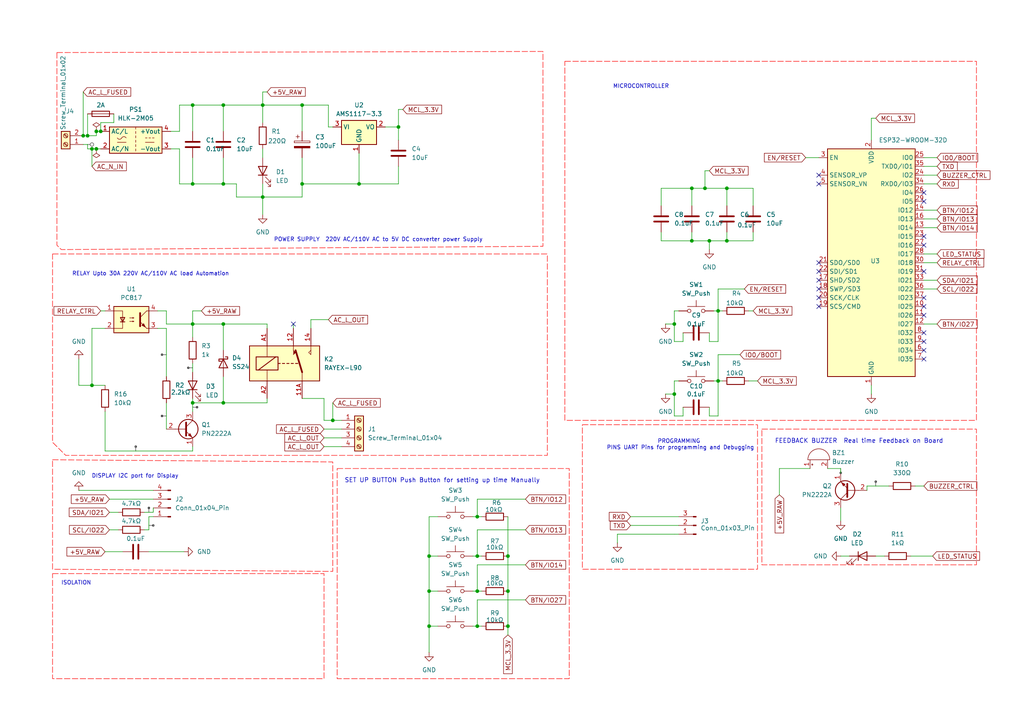
<source format=kicad_sch>
(kicad_sch (version 20250114) (generator "eeschema") (generator_version "9.0")
  (paper "A4")
  (lib_symbols
    (symbol "Connector:Conn_01x03_Pin" (pin_names (offset 1.016) (hide yes))
      (property "Reference" "J" (at 0 5.08 0))
      (property "Value" "Conn_01x03_Pin" (at 0 -5.08 0))
      (symbol "Conn_01x03_Pin_1_1"
        (pin passive line (at 5.08 2.54 180) (length 3.81) (name "Pin_1") (number "1"))
        (pin passive line (at 5.08 0 180) (length 3.81) (name "Pin_2") (number "2"))
        (pin passive line (at 5.08 -2.54 180) (length 3.81) (name "Pin_3") (number "3"))
      )
    )
    (symbol "Connector:Conn_01x04_Pin" (pin_names (offset 1.016) (hide yes))
      (property "Reference" "J" (at 0 5.08 0))
      (property "Value" "Conn_01x04_Pin" (at 0 -7.62 0))
      (symbol "Conn_01x04_Pin_1_1"
        (pin passive line (at 5.08 2.54 180) (length 3.81) (name "Pin_1") (number "1"))
        (pin passive line (at 5.08 0 180) (length 3.81) (name "Pin_2") (number "2"))
        (pin passive line (at 5.08 -2.54 180) (length 3.81) (name "Pin_3") (number "3"))
        (pin passive line (at 5.08 -5.08 180) (length 3.81) (name "Pin_4") (number "4"))
      )
    )
    (symbol "Connector:Screw_Terminal_01x02" (pin_names (offset 1.016) (hide yes))
      (property "Reference" "J" (at 0 2.54 0))
      (property "Value" "Screw_Terminal_01x02" (at 0 -5.08 0))
      (symbol "Screw_Terminal_01x02_1_1"
        (pin passive line (at -5.08 0 0) (length 3.81) (name "Pin_1") (number "1"))
        (pin passive line (at -5.08 -2.54 0) (length 3.81) (name "Pin_2") (number "2"))
      )
    )
    (symbol "Connector:Screw_Terminal_01x04" (pin_names (offset 1.016) (hide yes))
      (property "Reference" "J" (at 0 5.08 0))
      (property "Value" "Screw_Terminal_01x04" (at 0 -7.62 0))
      (symbol "Screw_Terminal_01x04_1_1"
        (pin passive line (at -5.08 2.54 0) (length 3.81) (name "Pin_1") (number "1"))
        (pin passive line (at -5.08 0 0) (length 3.81) (name "Pin_2") (number "2"))
        (pin passive line (at -5.08 -2.54 0) (length 3.81) (name "Pin_3") (number "3"))
        (pin passive line (at -5.08 -5.08 0) (length 3.81) (name "Pin_4") (number "4"))
      )
    )
    (symbol "Converter_ACDC:HLK-2M05"
      (property "Reference" "PS" (at 0 5.08 0))
      (property "Value" "HLK-2M05" (at 0 -5.08 0))
      (symbol "HLK-2M05_1_1"
        (pin power_in line (at -10.16 2.54 0) (length 2.54) (name "AC/L") (number "1"))
        (pin power_in line (at -10.16 -2.54 0) (length 2.54) (name "AC/N") (number "2"))
        (pin power_out line (at 10.16 2.54 180) (length 2.54) (name "+Vout") (number "4"))
        (pin power_out line (at 10.16 -2.54 180) (length 2.54) (name "-Vout") (number "3"))
      )
    )
    (symbol "Device:Buzzer" (pin_names (offset 0.0254) (hide yes))
      (property "Reference" "BZ" (at 3.81 1.27 0))
      (property "Value" "Buzzer" (at 3.81 -1.27 0))
      (symbol "Buzzer_1_1"
        (pin passive line (at -2.54 2.54 0) (length 2.54) (name "+") (number "1"))
        (pin passive line (at -2.54 -2.54 0) (length 2.54) (name "-") (number "2"))
      )
    )
    (symbol "Device:C" (pin_numbers (hide yes)) (pin_names (offset 0.254))
      (property "Reference" "C" (at 0.635 2.54 0))
      (property "Value" "C" (at 0.635 -2.54 0))
      (symbol "C_1_1"
        (pin passive line (at 0 3.81 270) (length 2.794) (name "~") (number "1"))
        (pin passive line (at 0 -3.81 90) (length 2.794) (name "~") (number "2"))
      )
    )
    (symbol "Device:C_Polarized" (pin_numbers (hide yes)) (pin_names (offset 0.254))
      (property "Reference" "C" (at 0.635 2.54 0))
      (property "Value" "C_Polarized" (at 0.635 -2.54 0))
      (symbol "C_Polarized_1_1"
        (pin passive line (at 0 3.81 270) (length 2.794) (name "~") (number "1"))
        (pin passive line (at 0 -3.81 90) (length 2.794) (name "~") (number "2"))
      )
    )
    (symbol "Device:Fuse" (pin_numbers (hide yes)) (pin_names (offset 0))
      (property "Reference" "F" (at 2.032 0 90))
      (property "Value" "Fuse" (at -1.905 0 90))
      (symbol "Fuse_1_1"
        (pin passive line (at 0 3.81 270) (length 1.27) (name "~") (number "1"))
        (pin passive line (at 0 -3.81 90) (length 1.27) (name "~") (number "2"))
      )
    )
    (symbol "Device:LED" (pin_numbers (hide yes)) (pin_names (offset 1.016) (hide yes))
      (property "Reference" "D" (at 0 2.54 0))
      (property "Value" "LED" (at 0 -2.54 0))
      (symbol "LED_1_1"
        (pin passive line (at -3.81 0 0) (length 2.54) (name "K") (number "1"))
        (pin passive line (at 3.81 0 180) (length 2.54) (name "A") (number "2"))
      )
    )
    (symbol "Device:R" (pin_numbers (hide yes)) (pin_names (offset 0))
      (property "Reference" "R" (at 2.032 0 90))
      (property "Value" "R" (at 0 0 90))
      (symbol "R_1_1"
        (pin passive line (at 0 3.81 270) (length 1.27) (name "~") (number "1"))
        (pin passive line (at 0 -3.81 90) (length 1.27) (name "~") (number "2"))
      )
    )
    (symbol "Diode:SS24" (pin_numbers (hide yes)) (pin_names (offset 1.016) (hide yes))
      (property "Reference" "D" (at 0 2.54 0))
      (property "Value" "SS24" (at 0 -2.54 0))
      (symbol "SS24_1_1"
        (pin passive line (at -3.81 0 0) (length 2.54) (name "K") (number "1"))
        (pin passive line (at 3.81 0 180) (length 2.54) (name "A") (number "2"))
      )
    )
    (symbol "Isolator:PC817" (pin_names (offset 1.016))
      (property "Reference" "U" (at -5.08 5.08 0))
      (property "Value" "PC817" (at 0 5.08 0))
      (symbol "PC817_1_1"
        (pin passive line (at -7.62 2.54 0) (length 2.54) (name "~") (number "1"))
        (pin passive line (at -7.62 -2.54 0) (length 2.54) (name "~") (number "2"))
        (pin passive line (at 7.62 2.54 180) (length 2.54) (name "~") (number "4"))
        (pin passive line (at 7.62 -2.54 180) (length 2.54) (name "~") (number "3"))
      )
    )
    (symbol "RF_Module:ESP32-WROOM-32D"
      (property "Reference" "U" (at -12.7 34.29 0))
      (property "Value" "ESP32-WROOM-32D" (at 1.27 34.29 0))
      (symbol "ESP32-WROOM-32D_1_1"
        (pin input line (at -15.24 30.48 0) (length 2.54) (name "EN") (number "3"))
        (pin input line (at -15.24 25.4 0) (length 2.54) (name "SENSOR_VP") (number "4"))
        (pin input line (at -15.24 22.86 0) (length 2.54) (name "SENSOR_VN") (number "5"))
        (pin bidirectional line (at -15.24 0 0) (length 2.54) (name "SDO/SD0") (number "21"))
        (pin bidirectional line (at -15.24 -2.54 0) (length 2.54) (name "SDI/SD1") (number "22"))
        (pin bidirectional line (at -15.24 -5.08 0) (length 2.54) (name "SHD/SD2") (number "17"))
        (pin bidirectional line (at -15.24 -7.62 0) (length 2.54) (name "SWP/SD3") (number "18"))
        (pin bidirectional line (at -15.24 -10.16 0) (length 2.54) (name "SCK/CLK") (number "20"))
        (pin bidirectional line (at -15.24 -12.7 0) (length 2.54) (name "SCS/CMD") (number "19"))
        (pin no_connect line (at -12.7 -27.94 0) (length 2.54) (hide yes) (name "NC") (number "32"))
        (pin power_in line (at 0 35.56 270) (length 2.54) (name "VDD") (number "2"))
        (pin power_in line (at 0 -35.56 90) (length 2.54) (name "GND") (number "1"))
        (pin passive line (at 0 -35.56 90) (length 2.54) (hide yes) (name "GND") (number "15"))
        (pin passive line (at 0 -35.56 90) (length 2.54) (hide yes) (name "GND") (number "38"))
        (pin passive line (at 0 -35.56 90) (length 2.54) (hide yes) (name "GND") (number "39"))
        (pin bidirectional line (at 15.24 30.48 180) (length 2.54) (name "IO0") (number "25"))
        (pin bidirectional line (at 15.24 27.94 180) (length 2.54) (name "TXD0/IO1") (number "35"))
        (pin bidirectional line (at 15.24 25.4 180) (length 2.54) (name "IO2") (number "24"))
        (pin bidirectional line (at 15.24 22.86 180) (length 2.54) (name "RXD0/IO3") (number "34"))
        (pin bidirectional line (at 15.24 20.32 180) (length 2.54) (name "IO4") (number "26"))
        (pin bidirectional line (at 15.24 17.78 180) (length 2.54) (name "IO5") (number "29"))
        (pin bidirectional line (at 15.24 15.24 180) (length 2.54) (name "IO12") (number "14"))
        (pin bidirectional line (at 15.24 12.7 180) (length 2.54) (name "IO13") (number "16"))
        (pin bidirectional line (at 15.24 10.16 180) (length 2.54) (name "IO14") (number "13"))
        (pin bidirectional line (at 15.24 7.62 180) (length 2.54) (name "IO15") (number "23"))
        (pin bidirectional line (at 15.24 5.08 180) (length 2.54) (name "IO16") (number "27"))
        (pin bidirectional line (at 15.24 2.54 180) (length 2.54) (name "IO17") (number "28"))
        (pin bidirectional line (at 15.24 0 180) (length 2.54) (name "IO18") (number "30"))
        (pin bidirectional line (at 15.24 -2.54 180) (length 2.54) (name "IO19") (number "31"))
        (pin bidirectional line (at 15.24 -5.08 180) (length 2.54) (name "IO21") (number "33"))
        (pin bidirectional line (at 15.24 -7.62 180) (length 2.54) (name "IO22") (number "36"))
        (pin bidirectional line (at 15.24 -10.16 180) (length 2.54) (name "IO23") (number "37"))
        (pin bidirectional line (at 15.24 -12.7 180) (length 2.54) (name "IO25") (number "10"))
        (pin bidirectional line (at 15.24 -15.24 180) (length 2.54) (name "IO26") (number "11"))
        (pin bidirectional line (at 15.24 -17.78 180) (length 2.54) (name "IO27") (number "12"))
        (pin bidirectional line (at 15.24 -20.32 180) (length 2.54) (name "IO32") (number "8"))
        (pin bidirectional line (at 15.24 -22.86 180) (length 2.54) (name "IO33") (number "9"))
        (pin input line (at 15.24 -25.4 180) (length 2.54) (name "IO34") (number "6"))
        (pin input line (at 15.24 -27.94 180) (length 2.54) (name "IO35") (number "7"))
      )
    )
    (symbol "Regulator_Linear:AMS1117-3.3"
      (property "Reference" "U" (at -3.81 3.175 0))
      (property "Value" "AMS1117-3.3" (at 0 3.175 0))
      (symbol "AMS1117-3.3_1_1"
        (pin power_in line (at -7.62 0 0) (length 2.54) (name "VI") (number "3"))
        (pin power_in line (at 0 -7.62 90) (length 2.54) (name "GND") (number "1"))
        (pin power_out line (at 7.62 0 180) (length 2.54) (name "VO") (number "2"))
      )
    )
    (symbol "Relay:RAYEX-L90"
      (property "Reference" "K" (at 11.43 3.81 0))
      (property "Value" "RAYEX-L90" (at 11.43 1.27 0))
      (symbol "RAYEX-L90_1_1"
        (pin passive line (at -5.08 10.16 270) (length 5.08) (name "~") (number "A1"))
        (pin passive line (at -5.08 -10.16 90) (length 5.08) (name "~") (number "A2"))
        (pin passive line (at 2.54 10.16 270) (length 5.08) (name "~") (number "12"))
        (pin passive line (at 5.08 -10.16 90) (length 5.08) (name "~") (number "11A"))
        (pin passive line (at 5.08 -10.16 90) (length 5.08) (hide yes) (name "~") (number "11B"))
        (pin passive line (at 7.62 10.16 270) (length 5.08) (name "~") (number "14"))
      )
    )
    (symbol "Switch:SW_Push" (pin_numbers (hide yes)) (pin_names (offset 1.016) (hide yes))
      (property "Reference" "SW" (at 1.27 2.54 0))
      (property "Value" "SW_Push" (at 0 -1.524 0))
      (symbol "SW_Push_0_1"
        (pin passive line (at -5.08 0 0) (length 2.54) (name "1") (number "1"))
        (pin passive line (at 5.08 0 180) (length 2.54) (name "2") (number "2"))
      )
    )
    (symbol "Transistor_BJT:PN2222A" (pin_names (offset 0) (hide yes))
      (property "Reference" "Q" (at 5.08 1.905 0))
      (property "Value" "PN2222A" (at 5.08 0 0))
      (symbol "PN2222A_1_1"
        (pin input line (at -5.08 0 0) (length 2.54) (name "B") (number "2"))
        (pin passive line (at 2.54 5.08 270) (length 2.54) (name "C") (number "3"))
        (pin passive line (at 2.54 -5.08 90) (length 2.54) (name "E") (number "1"))
      )
    )
    (symbol "power:GND" (power) (pin_numbers (hide yes)) (pin_names (offset 0) (hide yes))
      (property "Value" "GND" (at 0 -3.81 0))
      (symbol "GND_1_1"
        (pin power_in line (at 0 0 270) (length 0) (name "~") (number "1"))
      )
    )
    (symbol "power:PWR_FLAG" (power) (pin_numbers (hide yes)) (pin_names (offset 0) (hide yes))
      (property "Value" "PWR_FLAG" (at 0 3.81 0))
      (symbol "PWR_FLAG_0_0"
        (pin power_out line (at 0 0 90) (length 0) (name "~") (number "1"))
      )
    )
  )
  (text "DISPLAY I2C port for Display \n" (at 39.624 138.176 0) (effects (font (size 1.143 1.143))))
  (text "RELAY Upto 30A 220V AC/110V AC load Automation\n" (at 43.688 79.502 0) (effects (font (size 1.143 1.143))))
  (text "ISOLATION" (at 22.098 169.164 0) (effects (font (size 1.143 1.143))))
  (text "FEEDBACK BUZZER  Real time Feedback on Board" (at 249.174 128.016 0) (effects (font (size 1.27 1.27))))
  (text "MICROCONTROLLER\n" (at 185.928 25.146 0) (effects (font (size 1.143 1.143))))
  (text "SET UP BUTTON Push Button for setting up time Manually" (at 128.27 139.446 0) (effects (font (size 1.27 1.27))))
  (text "PROGRAMMING \nPINS UART Pins for programming and Debugging" (at 197.358 129.032 0) (effects (font (size 1.143 1.143))))
  (text "POWER SUPPLY  220V AC/110V AC to 5V DC converter power Supply" (at 109.728 69.596 0) (effects (font (size 1.143 1.143))))
  (junction (at 147.32 171.45))
  (junction (at 25.4 39.37))
  (junction (at 29.21 38.1))
  (junction (at 210.82 69.85))
  (junction (at 87.63 30.48))
  (junction (at 26.67 111.76))
  (junction (at 208.28 110.49))
  (junction (at 124.46 171.45))
  (junction (at 138.43 161.29))
  (junction (at 76.2 30.48))
  (junction (at 124.46 161.29))
  (junction (at 64.77 116.84))
  (junction (at 96.52 121.92))
  (junction (at 55.88 30.48))
  (junction (at 200.66 69.85))
  (junction (at 138.43 181.61))
  (junction (at 200.66 54.61))
  (junction (at 55.88 53.34))
  (junction (at 208.28 90.17))
  (junction (at 124.46 181.61))
  (junction (at 195.58 93.98))
  (junction (at 24.13 39.37))
  (junction (at 27.94 43.18))
  (junction (at 147.32 181.61))
  (junction (at 76.2 57.15))
  (junction (at 64.77 30.48))
  (junction (at 205.74 69.85))
  (junction (at 64.77 93.98))
  (junction (at 138.43 171.45))
  (junction (at 210.82 54.61))
  (junction (at 147.32 161.29))
  (junction (at 26.67 43.18))
  (junction (at 204.47 54.61))
  (junction (at 87.63 53.34))
  (junction (at 104.14 53.34))
  (junction (at 195.58 114.3))
  (junction (at 55.88 93.98))
  (junction (at 27.94 38.1))
  (junction (at 55.88 116.84))
  (junction (at 64.77 53.34))
  (junction (at 115.57 36.83))
  (junction (at 138.43 149.86))
  (no_connect (at 237.49 83.82))
  (no_connect (at 267.97 86.36))
  (no_connect (at 237.49 88.9))
  (no_connect (at 267.97 101.6))
  (no_connect (at 267.97 96.52))
  (no_connect (at 267.97 91.44))
  (no_connect (at 237.49 76.2))
  (no_connect (at 85.09 93.98))
  (no_connect (at 267.97 99.06))
  (no_connect (at 267.97 78.74))
  (no_connect (at 267.97 104.14))
  (no_connect (at 237.49 50.8))
  (no_connect (at 237.49 86.36))
  (no_connect (at 267.97 88.9))
  (no_connect (at 267.97 55.88))
  (no_connect (at 237.49 78.74))
  (no_connect (at 237.49 81.28))
  (no_connect (at 267.97 58.42))
  (no_connect (at 267.97 68.58))
  (no_connect (at 267.97 71.12))
  (no_connect (at 237.49 53.34))
  (wire (pts (xy 138.43 153.67) (xy 138.43 161.29)))
  (wire (pts (xy 25.4 41.91) (xy 25.4 43.18)))
  (wire (pts (xy 139.7 161.29) (xy 138.43 161.29)))
  (wire (pts (xy 267.97 83.82) (xy 271.78 83.82)))
  (wire (pts (xy 29.21 35.56) (xy 29.21 38.1)))
  (wire (pts (xy 139.7 171.45) (xy 138.43 171.45)))
  (wire (pts (xy 264.16 161.29) (xy 270.51 161.29)))
  (wire (pts (xy 267.97 93.98) (xy 271.78 93.98)))
  (wire (pts (xy 210.82 54.61) (xy 218.44 54.61)))
  (wire (pts (xy 139.7 181.61) (xy 138.43 181.61)))
  (wire (pts (xy 267.97 81.28) (xy 271.78 81.28)))
  (wire (pts (xy 90.17 92.71) (xy 90.17 95.25)))
  (wire (pts (xy 27.94 39.37) (xy 27.94 38.1)))
  (wire (pts (xy 115.57 36.83) (xy 115.57 40.64)))
  (wire (pts (xy 191.77 69.85) (xy 191.77 67.31)))
  (wire (pts (xy 208.28 102.87) (xy 208.28 110.49)))
  (wire (pts (xy 205.74 69.85) (xy 205.74 72.39)))
  (wire (pts (xy 234.95 135.89) (xy 226.06 135.89)))
  (wire (pts (xy 55.88 116.84) (xy 55.88 119.38)))
  (wire (pts (xy 218.44 54.61) (xy 218.44 59.69)))
  (wire (pts (xy 195.58 114.3) (xy 195.58 120.65)))
  (wire (pts (xy 124.46 171.45) (xy 124.46 181.61)))
  (wire (pts (xy 44.45 148.59) (xy 44.45 147.32)))
  (wire (pts (xy 195.58 99.06) (xy 198.12 99.06)))
  (wire (pts (xy 87.63 30.48) (xy 95.25 30.48)))
  (wire (pts (xy 243.84 161.29) (xy 246.38 161.29)))
  (wire (pts (xy 76.2 30.48) (xy 76.2 35.56)))
  (wire (pts (xy 200.66 54.61) (xy 200.66 59.69)))
  (wire (pts (xy 44.45 149.86) (xy 43.18 149.86)))
  (wire (pts (xy 138.43 171.45) (xy 137.16 171.45)))
  (wire (pts (xy 267.97 73.66) (xy 271.78 73.66)))
  (wire (pts (xy 26.67 111.76) (xy 30.48 111.76)))
  (wire (pts (xy 200.66 69.85) (xy 200.66 67.31)))
  (wire (pts (xy 87.63 45.72) (xy 87.63 53.34)))
  (wire (pts (xy 208.28 110.49) (xy 208.28 120.65)))
  (wire (pts (xy 31.75 144.78) (xy 44.45 144.78)))
  (wire (pts (xy 76.2 26.67) (xy 76.2 30.48)))
  (wire (pts (xy 22.86 104.14) (xy 22.86 111.76)))
  (wire (pts (xy 191.77 54.61) (xy 200.66 54.61)))
  (wire (pts (xy 233.68 45.72) (xy 237.49 45.72)))
  (wire (pts (xy 124.46 181.61) (xy 124.46 189.23)))
  (wire (pts (xy 267.97 50.8) (xy 271.78 50.8)))
  (wire (pts (xy 95.25 36.83) (xy 96.52 36.83)))
  (wire (pts (xy 267.97 76.2) (xy 271.78 76.2)))
  (wire (pts (xy 26.67 48.26) (xy 26.67 43.18)))
  (wire (pts (xy 138.43 163.83) (xy 138.43 171.45)))
  (wire (pts (xy 52.07 38.1) (xy 49.53 38.1)))
  (wire (pts (xy 93.98 129.54) (xy 99.06 129.54)))
  (wire (pts (xy 205.74 120.65) (xy 205.74 118.11)))
  (wire (pts (xy 198.12 99.06) (xy 198.12 96.52)))
  (wire (pts (xy 55.88 30.48) (xy 55.88 38.1)))
  (wire (pts (xy 55.88 130.81) (xy 55.88 129.54)))
  (wire (pts (xy 214.63 102.87) (xy 208.28 102.87)))
  (wire (pts (xy 26.67 95.25) (xy 26.67 111.76)))
  (wire (pts (xy 191.77 69.85) (xy 200.66 69.85)))
  (wire (pts (xy 210.82 69.85) (xy 218.44 69.85)))
  (wire (pts (xy 64.77 30.48) (xy 64.77 38.1)))
  (wire (pts (xy 43.18 149.86) (xy 43.18 153.67)))
  (wire (pts (xy 208.28 90.17) (xy 208.28 99.06)))
  (wire (pts (xy 127 149.86) (xy 124.46 149.86)))
  (wire (pts (xy 27.94 43.18) (xy 29.21 43.18)))
  (wire (pts (xy 240.03 135.89) (xy 243.84 135.89)))
  (wire (pts (xy 48.26 116.84) (xy 48.26 124.46)))
  (wire (pts (xy 217.17 90.17) (xy 218.44 90.17)))
  (wire (pts (xy 33.02 33.02) (xy 33.02 35.56)))
  (wire (pts (xy 64.77 53.34) (xy 68.58 53.34)))
  (wire (pts (xy 24.13 26.67) (xy 24.13 39.37)))
  (wire (pts (xy 195.58 120.65) (xy 198.12 120.65)))
  (wire (pts (xy 252.73 34.29) (xy 252.73 40.64)))
  (wire (pts (xy 152.4 144.78) (xy 138.43 144.78)))
  (wire (pts (xy 208.28 120.65) (xy 205.74 120.65)))
  (wire (pts (xy 200.66 69.85) (xy 205.74 69.85)))
  (wire (pts (xy 147.32 149.86) (xy 147.32 161.29)))
  (wire (pts (xy 76.2 57.15) (xy 76.2 53.34)))
  (wire (pts (xy 30.48 119.38) (xy 30.48 130.81)))
  (wire (pts (xy 52.07 30.48) (xy 55.88 30.48)))
  (wire (pts (xy 205.74 69.85) (xy 210.82 69.85)))
  (wire (pts (xy 93.98 127) (xy 99.06 127)))
  (wire (pts (xy 45.72 95.25) (xy 48.26 95.25)))
  (wire (pts (xy 267.97 66.04) (xy 271.78 66.04)))
  (wire (pts (xy 116.84 31.75) (xy 115.57 31.75)))
  (wire (pts (xy 55.88 90.17) (xy 55.88 93.98)))
  (wire (pts (xy 52.07 38.1) (xy 52.07 30.48)))
  (wire (pts (xy 55.88 116.84) (xy 64.77 116.84)))
  (wire (pts (xy 33.02 35.56) (xy 29.21 35.56)))
  (wire (pts (xy 76.2 43.18) (xy 76.2 45.72)))
  (wire (pts (xy 87.63 53.34) (xy 104.14 53.34)))
  (wire (pts (xy 49.53 43.18) (xy 52.07 43.18)))
  (wire (pts (xy 267.97 60.96) (xy 271.78 60.96)))
  (wire (pts (xy 267.97 48.26) (xy 271.78 48.26)))
  (wire (pts (xy 87.63 53.34) (xy 87.63 57.15)))
  (wire (pts (xy 29.21 90.17) (xy 30.48 90.17)))
  (wire (pts (xy 152.4 163.83) (xy 138.43 163.83)))
  (wire (pts (xy 267.97 45.72) (xy 271.78 45.72)))
  (wire (pts (xy 64.77 30.48) (xy 76.2 30.48)))
  (wire (pts (xy 147.32 171.45) (xy 147.32 181.61)))
  (wire (pts (xy 48.26 93.98) (xy 55.88 93.98)))
  (wire (pts (xy 77.47 115.57) (xy 77.47 116.84)))
  (wire (pts (xy 200.66 54.61) (xy 204.47 54.61)))
  (wire (pts (xy 204.47 49.53) (xy 204.47 54.61)))
  (wire (pts (xy 55.88 105.41) (xy 55.88 107.95)))
  (wire (pts (xy 25.4 39.37) (xy 27.94 39.37)))
  (wire (pts (xy 30.48 160.02) (xy 35.56 160.02)))
  (wire (pts (xy 25.4 33.02) (xy 25.4 39.37)))
  (wire (pts (xy 267.97 63.5) (xy 271.78 63.5)))
  (wire (pts (xy 127 181.61) (xy 124.46 181.61)))
  (wire (pts (xy 30.48 130.81) (xy 55.88 130.81)))
  (wire (pts (xy 76.2 57.15) (xy 76.2 62.23)))
  (wire (pts (xy 55.88 45.72) (xy 55.88 53.34)))
  (wire (pts (xy 111.76 36.83) (xy 115.57 36.83)))
  (wire (pts (xy 147.32 161.29) (xy 147.32 171.45)))
  (wire (pts (xy 152.4 173.99) (xy 138.43 173.99)))
  (wire (pts (xy 195.58 90.17) (xy 195.58 93.98)))
  (wire (pts (xy 217.17 110.49) (xy 219.71 110.49)))
  (wire (pts (xy 85.09 93.98) (xy 85.09 95.25)))
  (wire (pts (xy 64.77 116.84) (xy 77.47 116.84)))
  (wire (pts (xy 48.26 109.22) (xy 48.26 95.25)))
  (wire (pts (xy 195.58 93.98) (xy 195.58 99.06)))
  (wire (pts (xy 22.86 142.24) (xy 44.45 142.24)))
  (wire (pts (xy 34.29 153.67) (xy 31.75 153.67)))
  (wire (pts (xy 127 161.29) (xy 124.46 161.29)))
  (wire (pts (xy 204.47 54.61) (xy 210.82 54.61)))
  (wire (pts (xy 58.42 90.17) (xy 55.88 90.17)))
  (wire (pts (xy 208.28 90.17) (xy 209.55 90.17)))
  (wire (pts (xy 26.67 95.25) (xy 30.48 95.25)))
  (wire (pts (xy 208.28 99.06) (xy 205.74 99.06)))
  (wire (pts (xy 43.18 153.67) (xy 41.91 153.67)))
  (wire (pts (xy 215.9 83.82) (xy 208.28 83.82)))
  (wire (pts (xy 205.74 99.06) (xy 205.74 96.52)))
  (wire (pts (xy 138.43 149.86) (xy 137.16 149.86)))
  (wire (pts (xy 254 34.29) (xy 252.73 34.29)))
  (wire (pts (xy 24.13 41.91) (xy 25.4 41.91)))
  (wire (pts (xy 55.88 93.98) (xy 55.88 97.79)))
  (wire (pts (xy 139.7 149.86) (xy 138.43 149.86)))
  (wire (pts (xy 64.77 93.98) (xy 64.77 101.6)))
  (wire (pts (xy 25.4 43.18) (xy 26.67 43.18)))
  (wire (pts (xy 93.98 121.92) (xy 96.52 121.92)))
  (wire (pts (xy 207.01 90.17) (xy 208.28 90.17)))
  (wire (pts (xy 209.55 110.49) (xy 208.28 110.49)))
  (wire (pts (xy 48.26 90.17) (xy 48.26 93.98)))
  (wire (pts (xy 77.47 93.98) (xy 77.47 95.25)))
  (wire (pts (xy 24.13 39.37) (xy 25.4 39.37)))
  (wire (pts (xy 43.18 160.02) (xy 53.34 160.02)))
  (wire (pts (xy 76.2 30.48) (xy 87.63 30.48)))
  (wire (pts (xy 265.43 140.97) (xy 267.97 140.97)))
  (wire (pts (xy 104.14 44.45) (xy 104.14 53.34)))
  (wire (pts (xy 243.84 147.32) (xy 243.84 151.13)))
  (wire (pts (xy 198.12 120.65) (xy 198.12 118.11)))
  (wire (pts (xy 195.58 110.49) (xy 195.58 114.3)))
  (wire (pts (xy 208.28 83.82) (xy 208.28 90.17)))
  (wire (pts (xy 55.88 93.98) (xy 64.77 93.98)))
  (wire (pts (xy 87.63 30.48) (xy 87.63 38.1)))
  (wire (pts (xy 31.75 148.59) (xy 34.29 148.59)))
  (wire (pts (xy 64.77 109.22) (xy 64.77 116.84)))
  (wire (pts (xy 41.91 148.59) (xy 44.45 148.59)))
  (wire (pts (xy 207.01 110.49) (xy 208.28 110.49)))
  (wire (pts (xy 87.63 57.15) (xy 76.2 57.15)))
  (wire (pts (xy 115.57 53.34) (xy 115.57 48.26)))
  (wire (pts (xy 138.43 161.29) (xy 137.16 161.29)))
  (wire (pts (xy 251.46 140.97) (xy 251.46 142.24)))
  (wire (pts (xy 124.46 149.86) (xy 124.46 161.29)))
  (wire (pts (xy 138.43 173.99) (xy 138.43 181.61)))
  (wire (pts (xy 52.07 53.34) (xy 55.88 53.34)))
  (wire (pts (xy 138.43 181.61) (xy 137.16 181.61)))
  (wire (pts (xy 147.32 184.15) (xy 147.32 181.61)))
  (wire (pts (xy 64.77 45.72) (xy 64.77 53.34)))
  (wire (pts (xy 267.97 53.34) (xy 271.78 53.34)))
  (wire (pts (xy 138.43 144.78) (xy 138.43 149.86)))
  (wire (pts (xy 27.94 38.1) (xy 29.21 38.1)))
  (wire (pts (xy 95.25 36.83) (xy 95.25 30.48)))
  (wire (pts (xy 96.52 121.92) (xy 99.06 121.92)))
  (wire (pts (xy 55.88 115.57) (xy 55.88 116.84)))
  (wire (pts (xy 45.72 90.17) (xy 48.26 90.17)))
  (wire (pts (xy 152.4 153.67) (xy 138.43 153.67)))
  (wire (pts (xy 210.82 69.85) (xy 210.82 67.31)))
  (wire (pts (xy 127 171.45) (xy 124.46 171.45)))
  (wire (pts (xy 77.47 26.67) (xy 76.2 26.67)))
  (wire (pts (xy 252.73 111.76) (xy 252.73 114.3)))
  (wire (pts (xy 68.58 53.34) (xy 68.58 57.15)))
  (wire (pts (xy 93.98 124.46) (xy 99.06 124.46)))
  (wire (pts (xy 226.06 135.89) (xy 226.06 143.51)))
  (wire (pts (xy 218.44 69.85) (xy 218.44 67.31)))
  (wire (pts (xy 179.07 157.48) (xy 179.07 154.94)))
  (wire (pts (xy 55.88 30.48) (xy 64.77 30.48)))
  (wire (pts (xy 68.58 57.15) (xy 76.2 57.15)))
  (wire (pts (xy 210.82 54.61) (xy 210.82 59.69)))
  (wire (pts (xy 196.85 110.49) (xy 195.58 110.49)))
  (wire (pts (xy 124.46 161.29) (xy 124.46 171.45)))
  (wire (pts (xy 26.67 43.18) (xy 27.94 43.18)))
  (wire (pts (xy 64.77 93.98) (xy 77.47 93.98)))
  (wire (pts (xy 195.58 93.98) (xy 193.04 93.98)))
  (wire (pts (xy 104.14 53.34) (xy 115.57 53.34)))
  (wire (pts (xy 52.07 43.18) (xy 52.07 53.34)))
  (wire (pts (xy 22.86 111.76) (xy 26.67 111.76)))
  (wire (pts (xy 195.58 114.3) (xy 193.04 114.3)))
  (wire (pts (xy 96.52 116.84) (xy 96.52 121.92)))
  (wire (pts (xy 251.46 140.97) (xy 257.81 140.97)))
  (wire (pts (xy 55.88 53.34) (xy 64.77 53.34)))
  (wire (pts (xy 182.88 149.86) (xy 196.85 149.86)))
  (wire (pts (xy 205.74 49.53) (xy 204.47 49.53)))
  (wire (pts (xy 93.98 115.57) (xy 93.98 121.92)))
  (wire (pts (xy 87.63 115.57) (xy 93.98 115.57)))
  (wire (pts (xy 115.57 31.75) (xy 115.57 36.83)))
  (wire (pts (xy 243.84 135.89) (xy 243.84 137.16)))
  (wire (pts (xy 182.88 152.4) (xy 196.85 152.4)))
  (wire (pts (xy 95.25 92.71) (xy 90.17 92.71)))
  (wire (pts (xy 196.85 90.17) (xy 195.58 90.17)))
  (wire (pts (xy 191.77 59.69) (xy 191.77 54.61)))
  (wire (pts (xy 179.07 154.94) (xy 196.85 154.94)))
  (wire (pts (xy 254 161.29) (xy 256.54 161.29)))
  (label "1" (at 195.58 154.94 0) (effects (font (size 0.001 0.001))))
  (global_label "AC_L_FUSED" (shape input) (at 24.13 26.67 0) (property "Intersheetrefs" "${INTERSHEET_REFS}" (effects (hide yes))))
  (global_label "BTN/IO14" (shape input) (at 152.4 163.83 0) (property "Intersheetrefs" "${INTERSHEET_REFS}" (effects (hide yes))))
  (global_label "AC_N_IN" (shape input) (at 26.67 48.26 0) (property "Intersheetrefs" "${INTERSHEET_REFS}" (effects (hide yes))))
  (global_label "TXD" (shape input) (at 271.78 48.26 0) (property "Intersheetrefs" "${INTERSHEET_REFS}" (effects (hide yes))))
  (global_label "BTN/IO14" (shape input) (at 271.78 66.04 0) (property "Intersheetrefs" "${INTERSHEET_REFS}" (effects (hide yes))))
  (global_label "+5V_RAW" (shape input) (at 77.47 26.67 0) (property "Intersheetrefs" "${INTERSHEET_REFS}" (effects (hide yes))) (property "+5V_RAW" "5V" (effects (hide yes))))
  (global_label "SDA{slash}IO21" (shape input) (at 31.75 148.59 180) (property "Intersheetrefs" "${INTERSHEET_REFS}" (effects (hide yes))))
  (global_label "BTN/IO12" (shape input) (at 271.78 60.96 0) (property "Intersheetrefs" "${INTERSHEET_REFS}" (effects (hide yes))))
  (global_label "RELAY_CTRL" (shape input) (at 29.21 90.17 180) (property "Intersheetrefs" "${INTERSHEET_REFS}" (effects (hide yes))))
  (global_label "BTN/IO27" (shape input) (at 271.78 93.98 0) (property "Intersheetrefs" "${INTERSHEET_REFS}" (effects (hide yes))))
  (global_label "AC_L_FUSED" (shape input) (at 93.98 124.46 180) (property "Intersheetrefs" "${INTERSHEET_REFS}" (effects (hide yes))))
  (global_label "RXD" (shape input) (at 271.78 53.34 0) (property "Intersheetrefs" "${INTERSHEET_REFS}" (effects (hide yes))))
  (global_label "AC_L_OUT" (shape input) (at 93.98 129.54 180) (property "Intersheetrefs" "${INTERSHEET_REFS}" (effects (hide yes))))
  (global_label "SDA{slash}IO21" (shape input) (at 271.78 81.28 0) (property "Intersheetrefs" "${INTERSHEET_REFS}" (effects (hide yes))))
  (global_label "BUZZER_CTRL" (shape input) (at 267.97 140.97 0) (property "Intersheetrefs" "${INTERSHEET_REFS}" (effects (hide yes))))
  (global_label "RELAY_CTRL" (shape input) (at 271.78 76.2 0) (property "Intersheetrefs" "${INTERSHEET_REFS}" (effects (hide yes))))
  (global_label "LED_STATUS" (shape input) (at 270.51 161.29 0) (property "Intersheetrefs" "${INTERSHEET_REFS}" (effects (hide yes))))
  (global_label "AC_L_OUT" (shape input) (at 93.98 127 180) (property "Intersheetrefs" "${INTERSHEET_REFS}" (effects (hide yes))))
  (global_label "SCL{slash}IO22" (shape input) (at 271.78 83.82 0) (property "Intersheetrefs" "${INTERSHEET_REFS}" (effects (hide yes))))
  (global_label "MCL_3.3V" (shape input) (at 205.74 49.53 0) (property "Intersheetrefs" "${INTERSHEET_REFS}" (effects (hide yes))) (property "MCL_3.3V" "3.3V" (effects (hide yes))))
  (global_label "IO0{slash}BOOT" (shape input) (at 214.63 102.87 0) (property "Intersheetrefs" "${INTERSHEET_REFS}" (effects (hide yes))))
  (global_label "BTN/IO13" (shape input) (at 271.78 63.5 0) (property "Intersheetrefs" "${INTERSHEET_REFS}" (effects (hide yes))))
  (global_label "+5V_RAW" (shape input) (at 30.48 160.02 180) (property "Intersheetrefs" "${INTERSHEET_REFS}" (effects (hide yes))) (property "+5V_RAW" "5V" (effects (hide yes))))
  (global_label "+5V_RAW" (shape input) (at 226.06 143.51 270) (property "Intersheetrefs" "${INTERSHEET_REFS}" (effects (hide yes))) (property "+5V_RAW" "5V" (effects (hide yes))))
  (global_label "IO0{slash}BOOT" (shape input) (at 271.78 45.72 0) (property "Intersheetrefs" "${INTERSHEET_REFS}" (effects (hide yes))))
  (global_label "+5V_RAW" (shape input) (at 31.75 144.78 180) (property "Intersheetrefs" "${INTERSHEET_REFS}" (effects (hide yes))) (property "+5V_RAW" "5V" (effects (hide yes))))
  (global_label "+5V_RAW" (shape input) (at 58.42 90.17 0) (property "Intersheetrefs" "${INTERSHEET_REFS}" (effects (hide yes))) (property "+5V_RAW" "5V" (effects (hide yes))))
  (global_label "MCL_3.3V" (shape input) (at 147.32 184.15 270) (property "Intersheetrefs" "${INTERSHEET_REFS}" (effects (hide yes))) (property "MCL_3.3V" "3.3V" (effects (hide yes))))
  (global_label "MCL_3.3V" (shape input) (at 218.44 90.17 0) (property "Intersheetrefs" "${INTERSHEET_REFS}" (effects (hide yes))) (property "MCL_3.3V" "3.3V" (effects (hide yes))))
  (global_label "BTN/IO12" (shape input) (at 152.4 144.78 0) (property "Intersheetrefs" "${INTERSHEET_REFS}" (effects (hide yes))))
  (global_label "MCL_3.3V" (shape input) (at 219.71 110.49 0) (property "Intersheetrefs" "${INTERSHEET_REFS}" (effects (hide yes))) (property "MCL_3.3V" "3.3V" (effects (hide yes))))
  (global_label "RXD" (shape input) (at 182.88 149.86 180) (property "Intersheetrefs" "${INTERSHEET_REFS}" (effects (hide yes))))
  (global_label "BTN/IO27" (shape input) (at 152.4 173.99 0) (property "Intersheetrefs" "${INTERSHEET_REFS}" (effects (hide yes))))
  (global_label "MCL_3.3V" (shape input) (at 116.84 31.75 0) (property "Intersheetrefs" "${INTERSHEET_REFS}" (effects (hide yes))) (property "MCL_3.3V" "3.3V" (effects (hide yes))))
  (global_label "AC_L_OUT" (shape input) (at 95.25 92.71 0) (property "Intersheetrefs" "${INTERSHEET_REFS}" (effects (hide yes))))
  (global_label "MCL_3.3V" (shape input) (at 254 34.29 0) (property "Intersheetrefs" "${INTERSHEET_REFS}" (effects (hide yes))) (property "MCL_3.3V" "3.3V" (effects (hide yes))))
  (global_label "EN{slash}RESET" (shape input) (at 233.68 45.72 180) (property "Intersheetrefs" "${INTERSHEET_REFS}" (effects (hide yes))))
  (global_label "AC_L_FUSED" (shape input) (at 96.52 116.84 0) (property "Intersheetrefs" "${INTERSHEET_REFS}" (effects (hide yes))))
  (global_label "BTN/IO13" (shape input) (at 152.4 153.67 0) (property "Intersheetrefs" "${INTERSHEET_REFS}" (effects (hide yes))))
  (global_label "EN{slash}RESET" (shape input) (at 215.9 83.82 0) (property "Intersheetrefs" "${INTERSHEET_REFS}" (effects (hide yes))))
  (global_label "BUZZER_CTRL" (shape input) (at 271.78 50.8 0) (property "Intersheetrefs" "${INTERSHEET_REFS}" (effects (hide yes))))
  (global_label "SCL{slash}IO22" (shape input) (at 31.75 153.67 180) (property "Intersheetrefs" "${INTERSHEET_REFS}" (effects (hide yes))))
  (global_label "TXD" (shape input) (at 182.88 152.4 180) (property "Intersheetrefs" "${INTERSHEET_REFS}" (effects (hide yes))))
  (global_label "LED_STATUS" (shape input) (at 271.78 73.66 0) (property "Intersheetrefs" "${INTERSHEET_REFS}" (effects (hide yes))))
  (rule_area (polyline (pts (xy 15.24 166.37) (xy 93.98 166.37) (xy 93.98 196.85) (xy 15.24 196.85)) (stroke (width 0) (type dash))))
  (rule_area (polyline (pts (xy 15.24 133.35) (xy 96.52 133.985) (xy 96.52 165.735) (xy 15.24 165.1) (xy 15.24 158.75)) (stroke (width 0) (type dash))))
  (rule_area (polyline (pts (xy 163.83 17.78) (xy 283.21 17.78) (xy 283.21 121.92) (xy 163.83 121.92)) (stroke (width 0) (type dash))))
  (rule_area (polyline (pts (xy 15.24 73.66) (xy 158.75 73.66) (xy 158.75 132.08) (xy 19.05 132.08) (xy 15.24 128.27)) (stroke (width 0) (type dash))))
  (rule_area (polyline (pts (xy 97.79 135.89) (xy 165.1 135.89) (xy 165.1 196.85) (xy 97.79 196.85)) (stroke (width 0) (type dash))))
  (rule_area (polyline (pts (xy 168.91 123.19) (xy 219.71 123.19) (xy 219.71 165.1) (xy 168.91 165.1)) (stroke (width 0) (type dash))))
  (rule_area (polyline (pts (xy 16.51 15.24) (xy 157.48 14.9224) (xy 157.48 71.4374) (xy 17.78 72.39) (xy 16.51 71.12)) (stroke (width 0) (type dash))))
  (rule_area (polyline (pts (xy 220.98 124.46) (xy 283.21 124.46) (xy 283.21 163.83) (xy 220.98 163.83)) (stroke (width 0) (type dash))))
  (netclass_flag "" (length 1.27) (shape dot) (at 48.26 120.65 90) (property "Netclass" "signal" (effects (hide yes))))
  (netclass_flag "" (length 1.27) (shape dot) (at 55.88 106.68 90) (property "Netclass" "power" (effects (hide yes))))
  (netclass_flag "" (length 1.27) (shape round) (at 25.4 41.91 270) (property "Netclass" "power" (effects (hide yes))))
  (netclass_flag "" (length 1.27) (shape dot) (at 243.84 135.89 180) (property "Netclass" "power" (effects (hide yes))))
  (netclass_flag "" (length 1.27) (shape dot) (at 39.37 130.81 0) (property "Netclass" "power" (effects (hide yes))))
  (netclass_flag "" (length 1.27) (shape dot) (at 43.18 148.59 0) (property "Netclass" "signal" (effects (hide yes))))
  (netclass_flag "" (length 1.27) (shape dot) (at 48.26 102.87 90) (property "Netclass" "power" (effects (hide yes))))
  (netclass_flag "" (length 1.27) (shape dot) (at 43.18 152.4 270) (property "Netclass" "signal" (effects (hide yes))))
  (netclass_flag "" (length 1.27) (shape dot) (at 254 140.97 0) (property "Netclass" "signal" (effects (hide yes))))
  (netclass_flag "" (length 1.27) (shape dot) (at 55.88 118.11 270) (property "Netclass" "power" (effects (hide yes))))
  (symbol (lib_id "power:GND") (at 193.04 114.3 0) (unit 1)
    (property "Reference" "#PWR07" (effects (hide yes)))
    (property "Value" "GND" (at 193.04 119.38 0))
    (property "Description" "Power symbol creates a global label with name \"GND\" , ground" (effects (hide yes)))
  )
  (symbol (lib_id "Device:R") (at 261.62 140.97 90) (unit 1)
    (property "Reference" "R10" (at 261.62 134.62 90))
    (property "Value" "330Ω" (at 261.62 137.16 90))
    (property "Footprint" "Resistor_SMD:R_0805_2012Metric" (effects (hide yes)))
    (property "Description" "Resistor" (effects (hide yes)))
  )
  (symbol (lib_id "Device:R") (at 143.51 171.45 90) (unit 1)
    (property "Reference" "R8" (at 143.51 167.64 90))
    (property "Value" "10kΩ" (at 143.51 169.164 90))
    (property "Footprint" "Resistor_SMD:R_0805_2012Metric" (effects (hide yes)))
    (property "Description" "Resistor" (effects (hide yes)))
  )
  (symbol (lib_id "Device:C") (at 64.77 41.91 0) (unit 1)
    (property "Reference" "C2" (at 68.58 40.6399 0) (effects (justify left)))
    (property "Value" "10uF" (at 68.58 43.1799 0) (effects (justify left)))
    (property "Footprint" "Capacitor_SMD:C_0805_2012Metric" (effects (hide yes)))
    (property "Description" "Unpolarized capacitor" (effects (hide yes)))
  )
  (symbol (lib_id "Relay:RAYEX-L90") (at 82.55 105.41 0) (unit 1)
    (property "Reference" "K2" (at 93.98 104.1399 0) (effects (justify left)))
    (property "Value" "RAYEX-L90" (at 93.98 106.6799 0) (effects (justify left)))
    (property "Footprint" "Relay_THT:Relay_SPDT_RAYEX-L90" (effects (hide yes)))
    (property "Datasheet" "https://a3.sofastcdn.com/attachment/7jioKBjnRiiSrjrjknRiwS77gwbf3zmp/L90-SERIES.pdf" (effects (hide yes)))
    (property "Description" "Power relay, SPDT, 30A" (effects (hide yes)))
  )
  (symbol (lib_id "Device:C") (at 39.37 160.02 90) (unit 1)
    (property "Reference" "C11" (effects (hide yes)))
    (property "Value" "0.1uF" (at 39.37 156.21 90))
    (property "Footprint" "Capacitor_SMD:C_0805_2012Metric" (effects (hide yes)))
    (property "Description" "Unpolarized capacitor" (effects (hide yes)))
  )
  (symbol (lib_id "Device:R") (at 213.36 110.49 90) (unit 1)
    (property "Reference" "R5" (at 213.614 105.41 90))
    (property "Value" "10kΩ" (at 213.106 108.204 90))
    (property "Footprint" "Resistor_SMD:R_0805_2012Metric" (effects (hide yes)))
    (property "Description" "Resistor" (effects (hide yes)))
  )
  (symbol (lib_id "Switch:SW_Push") (at 132.08 181.61 0) (unit 1)
    (property "Reference" "SW6" (at 132.08 173.99 0))
    (property "Value" "SW_Push" (at 132.08 176.53 0))
    (property "Footprint" "Button_Switch_THT:SW_TH_Tactile_Omron_B3F-10xx" (effects (hide yes)))
    (property "Description" "Push button switch, generic, two pins" (effects (hide yes)))
  )
  (symbol (lib_id "RF_Module:ESP32-WROOM-32D") (at 252.73 76.2 0) (unit 1)
    (property "Reference" "U3" (at 252.476 75.692 0) (effects (justify left)))
    (property "Value" "ESP32-WROOM-32D" (at 254.8733 40.64 0) (effects (justify left)))
    (property "Footprint" "RF_Module:ESP32-WROOM-32D" (effects (hide yes)))
    (property "Datasheet" "https://www.espressif.com/sites/default/files/documentation/esp32-wroom-32d_esp32-wroom-32u_datasheet_en.pdf" (effects (hide yes)))
    (property "Description" "RF Module, ESP32-D0WD SoC, Wi-Fi 802.11b/g/n, Bluetooth, BLE, 32-bit, 2.7-3.6V, onboard antenna, SMD" (effects (hide yes)))
  )
  (symbol (lib_id "power:GND") (at 252.73 114.3 0) (unit 1)
    (property "Reference" "#PWR04" (effects (hide yes)))
    (property "Value" "GND" (at 252.73 119.38 0))
    (property "Description" "Power symbol creates a global label with name \"GND\" , ground" (effects (hide yes)))
  )
  (symbol (lib_id "Device:C_Polarized") (at 87.63 41.91 0) (unit 1)
    (property "Reference" "C3" (at 91.44 39.7509 0) (effects (justify left)))
    (property "Value" "100uF" (at 91.44 42.2909 0) (effects (justify left)))
    (property "Footprint" "Capacitor_THT:CP_Radial_D5.0mm_P2.50mm" (effects (hide yes)))
    (property "Description" "Polarized capacitor" (effects (hide yes)))
  )
  (symbol (lib_id "Device:C") (at 55.88 41.91 0) (unit 1)
    (property "Reference" "C1" (at 59.69 40.6399 0) (effects (justify left)))
    (property "Value" "0.1uF" (at 59.69 43.1799 0) (effects (justify left)))
    (property "Footprint" "Capacitor_SMD:C_0805_2012Metric" (effects (hide yes)))
    (property "Description" "Unpolarized capacitor" (effects (hide yes)))
  )
  (symbol (lib_id "power:GND") (at 243.84 161.29 270) (unit 1)
    (property "Reference" "#PWR09" (effects (hide yes)))
    (property "Value" "GND" (at 240.03 161.2899 90) (effects (justify right)))
    (property "Description" "Power symbol creates a global label with name \"GND\" , ground" (effects (hide yes)))
  )
  (symbol (lib_id "Switch:SW_Push") (at 201.93 110.49 0) (unit 1)
    (property "Reference" "SW2" (at 201.93 102.87 0))
    (property "Value" "SW_Push" (at 201.93 105.41 0))
    (property "Footprint" "Button_Switch_SMD:SW_Push_SPST_NO_Alps_SKRK" (effects (hide yes)))
    (property "Description" "Push button switch, generic, two pins" (effects (hide yes)))
  )
  (symbol (lib_id "Connector:Screw_Terminal_01x02") (at 19.05 41.91 180) (unit 1)
    (property "Reference" "J4" (at 20.32 32.258 0))
    (property "Value" "Screw_Terminal_01x02" (at 18.288 26.924 90))
    (property "Footprint" "TerminalBlock_Phoenix:TerminalBlock_Phoenix_MKDS-3-2-5.08_1x02_P5.08mm_Horizontal" (effects (hide yes)))
    (property "Description" "Generic screw terminal, single row, 01x02, script generated (kicad-library-utils/schlib/autogen/connector/)" (effects (hide yes)))
  )
  (symbol (lib_id "Device:R") (at 30.48 115.57 0) (unit 1)
    (property "Reference" "R16" (at 33.02 114.2999 0) (effects (justify left)))
    (property "Value" "10kΩ" (at 33.02 116.8399 0) (effects (justify left)))
    (property "Footprint" "Resistor_SMD:R_0805_2012Metric" (effects (hide yes)))
    (property "Description" "Resistor" (effects (hide yes)))
  )
  (symbol (lib_id "Device:LED") (at 250.19 161.29 0) (unit 1)
    (property "Reference" "D2" (at 248.6025 154.94 0))
    (property "Value" "LED" (at 248.6025 157.48 0))
    (property "Footprint" "LED_SMD:LED_1206_3216Metric" (effects (hide yes)))
    (property "Description" "Light emitting diode" (effects (hide yes)))
    (property "Sim.Pins" "1=K 2=A" (effects (hide yes)))
  )
  (symbol (lib_id "power:GND") (at 22.86 104.14 180) (unit 1)
    (property "Reference" "#PWR01" (effects (hide yes)))
    (property "Value" "GND" (at 22.86 99.06 0))
    (property "Description" "Power symbol creates a global label with name \"GND\" , ground" (effects (hide yes)))
  )
  (symbol (lib_id "power:GND") (at 124.46 189.23 0) (unit 1)
    (property "Reference" "#PWR08" (effects (hide yes)))
    (property "Value" "GND" (at 124.46 194.31 0))
    (property "Description" "Power symbol creates a global label with name \"GND\" , ground" (effects (hide yes)))
  )
  (symbol (lib_id "Device:R") (at 55.88 101.6 0) (unit 1)
    (property "Reference" "R3" (at 58.42 100.3299 0) (effects (justify left)))
    (property "Value" "1k" (at 58.42 102.8699 0) (effects (justify left)))
    (property "Footprint" "Resistor_SMD:R_0805_2012Metric" (effects (hide yes)))
    (property "Description" "Resistor" (effects (hide yes)))
  )
  (symbol (lib_id "Connector:Screw_Terminal_01x04") (at 104.14 124.46 0) (unit 1)
    (property "Reference" "J1" (at 106.68 124.4599 0) (effects (justify left)))
    (property "Value" "Screw_Terminal_01x04" (at 106.68 126.9999 0) (effects (justify left)))
    (property "Footprint" "TerminalBlock:TerminalBlock_bornier-4_P5.08mm" (effects (hide yes)))
    (property "Description" "Generic screw terminal, single row, 01x04, script generated (kicad-library-utils/schlib/autogen/connector/)" (effects (hide yes)))
  )
  (symbol (lib_id "Isolator:PC817") (at 38.1 92.71 0) (unit 1)
    (property "Reference" "U1" (at 38.1 83.82 0))
    (property "Value" "PC817" (at 38.1 86.36 0))
    (property "Footprint" "Package_DIP:DIP-4_W7.62mm" (effects (hide yes)))
    (property "Datasheet" "http://www.soselectronic.cz/a_info/resource/d/pc817.pdf" (effects (hide yes)))
    (property "Description" "DC Optocoupler, Vce 35V, CTR 50-300%, DIP-4" (effects (hide yes)))
  )
  (symbol (lib_id "Device:R") (at 38.1 148.59 90) (unit 1)
    (property "Reference" "R12" (effects (hide yes)))
    (property "Value" "4.7kΩ" (at 38.1 146.05 90))
    (property "Footprint" "Resistor_SMD:R_0805_2012Metric" (effects (hide yes)))
    (property "Description" "Resistor" (effects (hide yes)))
  )
  (symbol (lib_id "Transistor_BJT:PN2222A") (at 53.34 124.46 0) (unit 1)
    (property "Reference" "Q1" (at 58.42 123.1899 0) (effects (justify left)))
    (property "Value" "PN2222A" (at 58.42 125.7299 0) (effects (justify left)))
    (property "Footprint" "Package_TO_SOT_THT:TO-92_Inline" (effects (hide yes)))
    (property "Datasheet" "https://www.onsemi.com/pub/Collateral/PN2222-D.PDF" (effects (hide yes)))
    (property "Description" "1A Ic, 40V Vce, NPN Transistor, General Purpose Transistor, TO-92" (effects (hide yes)))
  )
  (symbol (lib_id "Device:LED") (at 76.2 49.53 90) (unit 1)
    (property "Reference" "D1" (at 80.01 49.8474 90) (effects (justify right)))
    (property "Value" "LED" (at 80.01 52.3874 90) (effects (justify right)))
    (property "Footprint" "LED_SMD:LED_1206_3216Metric" (effects (hide yes)))
    (property "Description" "Light emitting diode" (effects (hide yes)))
    (property "Sim.Pins" "1=K 2=A" (effects (hide yes)))
  )
  (symbol (lib_id "Device:R") (at 143.51 181.61 90) (unit 1)
    (property "Reference" "R9" (at 143.51 177.8 90))
    (property "Value" "10kΩ" (at 143.51 179.832 90))
    (property "Footprint" "Resistor_SMD:R_0805_2012Metric" (effects (hide yes)))
    (property "Description" "Resistor" (effects (hide yes)))
  )
  (symbol (lib_id "Device:C") (at 210.82 63.5 0) (unit 1)
    (property "Reference" "C6" (at 214.63 62.2299 0) (effects (justify left)))
    (property "Value" "0.1uF" (at 213.868 65.278 0) (effects (justify left)))
    (property "Footprint" "Capacitor_SMD:C_0805_2012Metric" (effects (hide yes)))
    (property "Description" "Unpolarized capacitor" (effects (hide yes)))
  )
  (symbol (lib_id "Device:R") (at 213.36 90.17 90) (unit 1)
    (property "Reference" "R4" (at 213.614 85.09 90))
    (property "Value" "10kΩ" (at 213.106 87.884 90))
    (property "Footprint" "Resistor_SMD:R_0805_2012Metric" (effects (hide yes)))
    (property "Description" "Resistor" (effects (hide yes)))
  )
  (symbol (lib_id "Connector:Conn_01x03_Pin") (at 201.93 152.4 180) (unit 1)
    (property "Reference" "J3" (at 203.2 151.1299 0) (effects (justify right)))
    (property "Value" "Conn_01x03_Pin" (at 203.2 153.162 0) (effects (justify right)))
    (property "Footprint" "Connector_PinSocket_2.54mm:PinSocket_1x03_P2.54mm_Vertical" (effects (hide yes)))
    (property "Description" "Generic connector, single row, 01x03, script generated" (effects (hide yes)))
  )
  (symbol (lib_id "Device:C") (at 201.93 96.52 90) (unit 1)
    (property "Reference" "C9" (at 201.93 91.44 90))
    (property "Value" "0.1uF" (at 201.93 93.98 90))
    (property "Footprint" "Capacitor_SMD:C_0805_2012Metric" (effects (hide yes)))
    (property "Description" "Unpolarized capacitor" (effects (hide yes)))
  )
  (symbol (lib_id "power:GND") (at 205.74 72.39 0) (unit 1)
    (property "Reference" "#PWR05" (effects (hide yes)))
    (property "Value" "GND" (at 205.74 77.47 0))
    (property "Description" "Power symbol creates a global label with name \"GND\" , ground" (effects (hide yes)))
  )
  (symbol (lib_id "Switch:SW_Push") (at 132.08 149.86 0) (unit 1)
    (property "Reference" "SW3" (at 132.08 142.24 0))
    (property "Value" "SW_Push" (at 132.08 144.78 0))
    (property "Footprint" "Button_Switch_THT:SW_TH_Tactile_Omron_B3F-10xx" (effects (hide yes)))
    (property "Description" "Push button switch, generic, two pins" (effects (hide yes)))
  )
  (symbol (lib_id "Device:R") (at 76.2 39.37 0) (unit 1)
    (property "Reference" "R1" (at 78.74 38.0999 0) (effects (justify left)))
    (property "Value" "220Ω" (at 77.724 40.894 0) (effects (justify left)))
    (property "Footprint" "Resistor_SMD:R_0805_2012Metric" (effects (hide yes)))
    (property "Description" "Resistor" (effects (hide yes)))
  )
  (symbol (lib_id "Connector:Conn_01x04_Pin") (at 49.53 147.32 180) (unit 1)
    (property "Reference" "J2" (at 50.8 144.7799 0) (effects (justify right)))
    (property "Value" "Conn_01x04_Pin" (at 50.8 147.3199 0) (effects (justify right)))
    (property "Footprint" "Connector_JST:JST_XH_B4B-XH-A_1x04_P2.50mm_Vertical" (effects (hide yes)))
    (property "Description" "Generic connector, single row, 01x04, script generated" (effects (hide yes)))
  )
  (symbol (lib_id "Switch:SW_Push") (at 132.08 171.45 0) (unit 1)
    (property "Reference" "SW5" (at 132.08 163.83 0))
    (property "Value" "SW_Push" (at 132.08 166.37 0))
    (property "Footprint" "Button_Switch_THT:SW_TH_Tactile_Omron_B3F-10xx" (effects (hide yes)))
    (property "Description" "Push button switch, generic, two pins" (effects (hide yes)))
  )
  (symbol (lib_id "power:GND") (at 243.84 151.13 0) (unit 1)
    (property "Reference" "#PWR017" (effects (hide yes)))
    (property "Value" "GND" (at 243.84 156.21 0))
    (property "Description" "Power symbol creates a global label with name \"GND\" , ground" (effects (hide yes)))
  )
  (symbol (lib_id "Device:R") (at 143.51 161.29 90) (unit 1)
    (property "Reference" "R7" (at 143.51 156.972 90))
    (property "Value" "10kΩ" (at 143.51 158.75 90))
    (property "Footprint" "Resistor_SMD:R_0805_2012Metric" (effects (hide yes)))
    (property "Description" "Resistor" (effects (hide yes)))
  )
  (symbol (lib_id "power:PWR_FLAG") (at 27.94 38.1 0) (unit 1)
    (property "Reference" "#FLG02" (effects (hide yes)))
    (property "Value" "PWR_FLAG" (effects (hide yes)))
    (property "Description" "Special symbol for telling ERC where power comes from" (effects (hide yes)))
  )
  (symbol (lib_id "Device:R") (at 260.35 161.29 90) (unit 1)
    (property "Reference" "R11" (at 260.35 154.94 90))
    (property "Value" "1kΩ" (at 260.35 157.48 90))
    (property "Footprint" "Resistor_SMD:R_0805_2012Metric" (effects (hide yes)))
    (property "Description" "Resistor" (effects (hide yes)))
  )
  (symbol (lib_id "power:GND") (at 193.04 93.98 0) (unit 1)
    (property "Reference" "#PWR06" (effects (hide yes)))
    (property "Value" "GND" (at 193.04 99.06 0))
    (property "Description" "Power symbol creates a global label with name \"GND\" , ground" (effects (hide yes)))
  )
  (symbol (lib_id "Device:LED") (at 55.88 111.76 90) (unit 1)
    (property "Reference" "D3" (at 59.69 112.0774 90) (effects (justify right)))
    (property "Value" "LED" (at 59.69 114.6174 90) (effects (justify right)))
    (property "Footprint" "LED_SMD:LED_1206_3216Metric" (effects (hide yes)))
    (property "Description" "Light emitting diode" (effects (hide yes)))
    (property "Sim.Pins" "1=K 2=A" (effects (hide yes)))
  )
  (symbol (lib_id "Device:C") (at 115.57 44.45 0) (unit 1)
    (property "Reference" "C4" (at 119.38 43.1799 0) (effects (justify left)))
    (property "Value" "10uF" (at 119.38 45.7199 0) (effects (justify left)))
    (property "Footprint" "Capacitor_SMD:C_0805_2012Metric" (effects (hide yes)))
    (property "Description" "Unpolarized capacitor" (effects (hide yes)))
  )
  (symbol (lib_id "power:GND") (at 53.34 160.02 90) (unit 1)
    (property "Reference" "#PWR015" (effects (hide yes)))
    (property "Value" "GND" (at 57.15 160.0199 90) (effects (justify right)))
    (property "Description" "Power symbol creates a global label with name \"GND\" , ground" (effects (hide yes)))
  )
  (symbol (lib_id "Device:R") (at 38.1 153.67 90) (unit 1)
    (property "Reference" "R13" (effects (hide yes)))
    (property "Value" "4.7kΩ" (at 38.1 151.13 90))
    (property "Footprint" "Resistor_SMD:R_0805_2012Metric" (effects (hide yes)))
    (property "Description" "Resistor" (effects (hide yes)))
  )
  (symbol (lib_id "Regulator_Linear:AMS1117-3.3") (at 104.14 36.83 0) (unit 1)
    (property "Reference" "U2" (at 104.14 30.48 0))
    (property "Value" "AMS1117-3.3" (at 104.14 33.02 0))
    (property "Footprint" "Package_TO_SOT_SMD:SOT-223-3_TabPin2" (effects (hide yes)))
    (property "Datasheet" "http://www.advanced-monolithic.com/pdf/ds1117.pdf" (effects (hide yes)))
    (property "Description" "1A Low Dropout regulator, positive, 3.3V fixed output, SOT-223" (effects (hide yes)))
  )
  (symbol (lib_id "Diode:SS24") (at 64.77 105.41 270) (unit 1)
    (property "Reference" "D4" (at 67.31 103.8224 90) (effects (justify left)))
    (property "Value" "SS24" (at 67.31 106.3624 90) (effects (justify left)))
    (property "Footprint" "Diode_SMD:D_SMA" (effects (hide yes)))
    (property "Datasheet" "https://www.vishay.com/docs/88748/ss22.pdf" (effects (hide yes)))
    (property "Description" "40V 2A Schottky Diode, SMA" (effects (hide yes)))
  )
  (symbol (lib_id "power:GND") (at 179.07 157.48 0) (unit 1)
    (property "Reference" "#PWR016" (effects (hide yes)))
    (property "Value" "GND" (at 179.07 162.56 0))
    (property "Description" "Power symbol creates a global label with name \"GND\" , ground" (effects (hide yes)))
  )
  (symbol (lib_id "Device:C") (at 191.77 63.5 0) (unit 1)
    (property "Reference" "C8" (at 195.58 62.2299 0) (effects (justify left)))
    (property "Value" "0.1uF" (at 195.58 64.7699 0) (effects (justify left)))
    (property "Footprint" "Capacitor_SMD:C_0805_2012Metric" (effects (hide yes)))
    (property "Description" "Unpolarized capacitor" (effects (hide yes)))
  )
  (symbol (lib_id "Device:C") (at 218.44 63.5 0) (unit 1)
    (property "Reference" "C5" (at 222.25 62.2299 0) (effects (justify left)))
    (property "Value" "10uF" (at 222.25 64.7699 0) (effects (justify left)))
    (property "Footprint" "Capacitor_SMD:C_0805_2012Metric" (effects (hide yes)))
    (property "Description" "Unpolarized capacitor" (effects (hide yes)))
  )
  (symbol (lib_id "Converter_ACDC:HLK-2M05") (at 39.37 40.64 0) (unit 1)
    (property "Reference" "PS1" (at 39.37 31.75 0))
    (property "Value" "HLK-2M05" (at 39.37 34.29 0))
    (property "Footprint" "Converter_ACDC:Converter_ACDC_Hi-Link_HLK-2Mxx" (effects (hide yes)))
    (property "Datasheet" "https://h.hlktech.com/download/ACDC%E7%94%B5%E6%BA%90%E6%A8%A1%E5%9D%972W%E7%B3%BB%E5%88%97/1/%E6%B5%B7%E5%87%8C%E7%A7%912W%E7%B3%BB%E5%88%97%E7%94%B5%E6%BA%90%E6%A8%A1%E5%9D%97%E8%AF%B4%E6%98%8E%E4%B9%A6V2.6.pdf" (effects (hide yes)))
    (property "Description" "Compact AC/DC board mount power module 2W 5V" (effects (hide yes)))
  )
  (symbol (lib_id "Device:R") (at 48.26 113.03 0) (unit 1)
    (property "Reference" "R2" (at 50.8 111.7599 0) (effects (justify left)))
    (property "Value" "2.2kΩ" (at 49.53 113.792 0) (effects (justify left)))
    (property "Footprint" "Resistor_SMD:R_0805_2012Metric" (effects (hide yes)))
    (property "Description" "Resistor" (effects (hide yes)))
  )
  (symbol (lib_id "power:PWR_FLAG") (at 27.94 43.18 180) (unit 1)
    (property "Reference" "#FLG01" (effects (hide yes)))
    (property "Value" "PWR_FLAG" (effects (hide yes)))
    (property "Description" "Special symbol for telling ERC where power comes from" (effects (hide yes)))
  )
  (symbol (lib_id "Device:R") (at 143.51 149.86 90) (unit 1)
    (property "Reference" "R6" (at 144.018 145.796 90))
    (property "Value" "10kΩ" (at 143.256 147.828 90))
    (property "Footprint" "Resistor_SMD:R_0805_2012Metric" (effects (hide yes)))
    (property "Description" "Resistor" (effects (hide yes)))
  )
  (symbol (lib_id "Transistor_BJT:PN2222A") (at 246.38 142.24 180) (unit 1)
    (property "Reference" "Q2" (at 241.3 140.9699 0) (effects (justify left)))
    (property "Value" "PN2222A" (at 241.3 143.5099 0) (effects (justify left)))
    (property "Footprint" "Package_TO_SOT_THT:TO-92_Inline" (effects (hide yes)))
    (property "Datasheet" "https://www.onsemi.com/pub/Collateral/PN2222-D.PDF" (effects (hide yes)))
    (property "Description" "1A Ic, 40V Vce, NPN Transistor, General Purpose Transistor, TO-92" (effects (hide yes)))
  )
  (symbol (lib_id "Switch:SW_Push") (at 132.08 161.29 0) (unit 1)
    (property "Reference" "SW4" (at 132.08 153.67 0))
    (property "Value" "SW_Push" (at 132.08 156.21 0))
    (property "Footprint" "Button_Switch_THT:SW_TH_Tactile_Omron_B3F-10xx" (effects (hide yes)))
    (property "Description" "Push button switch, generic, two pins" (effects (hide yes)))
  )
  (symbol (lib_id "Switch:SW_Push") (at 201.93 90.17 0) (unit 1)
    (property "Reference" "SW1" (at 201.93 82.55 0))
    (property "Value" "SW_Push" (at 201.93 85.09 0))
    (property "Footprint" "Button_Switch_THT:SW_TH_Tactile_Omron_B3F-10xx" (effects (hide yes)))
    (property "Description" "Push button switch, generic, two pins" (effects (hide yes)))
  )
  (symbol (lib_id "Device:C") (at 200.66 63.5 0) (unit 1)
    (property "Reference" "C7" (at 204.47 62.2299 0) (effects (justify left)))
    (property "Value" "0.1uF" (at 204.47 64.7699 0) (effects (justify left)))
    (property "Footprint" "Capacitor_SMD:C_0805_2012Metric" (effects (hide yes)))
    (property "Description" "Unpolarized capacitor" (effects (hide yes)))
  )
  (symbol (lib_id "power:GND") (at 76.2 62.23 0) (unit 1)
    (property "Reference" "#PWR03" (effects (hide yes)))
    (property "Value" "GND" (at 76.2 67.31 0))
    (property "Description" "Power symbol creates a global label with name \"GND\" , ground" (effects (hide yes)))
  )
  (symbol (lib_id "Device:Fuse") (at 29.21 33.02 90) (unit 1)
    (property "Reference" "F1" (effects (hide yes)))
    (property "Value" "2A" (at 29.21 30.48 90))
    (property "Footprint" "Fuse:Fuseholder_Clip-5x20mm_Littelfuse_111_Inline_P20.00x5.00mm_D1.05mm_Horizontal" (effects (hide yes)))
    (property "Description" "Fuse" (effects (hide yes)))
  )
  (symbol (lib_id "Device:C") (at 201.93 118.11 90) (unit 1)
    (property "Reference" "C10" (at 201.93 112.014 90))
    (property "Value" "0.1uF" (at 201.93 114.3 90))
    (property "Footprint" "Capacitor_SMD:C_0805_2012Metric" (effects (hide yes)))
    (property "Description" "Unpolarized capacitor" (effects (hide yes)))
  )
  (symbol (lib_id "power:GND") (at 22.86 142.24 180) (unit 1)
    (property "Reference" "#PWR02" (effects (hide yes)))
    (property "Value" "GND" (at 22.86 137.16 0))
    (property "Description" "Power symbol creates a global label with name \"GND\" , ground" (effects (hide yes)))
  )
  (symbol (lib_id "Device:Buzzer") (at 237.49 133.35 90) (unit 1)
    (property "Reference" "BZ1" (at 241.3 131.3248 90) (effects (justify right)))
    (property "Value" "Buzzer" (at 241.3 133.8648 90) (effects (justify right)))
    (property "Footprint" "Buzzer_Beeper:Buzzer_12x9.5RM7.6" (effects (hide yes)))
    (property "Description" "Buzzer, polarized" (effects (hide yes)))
  )
)
</source>
